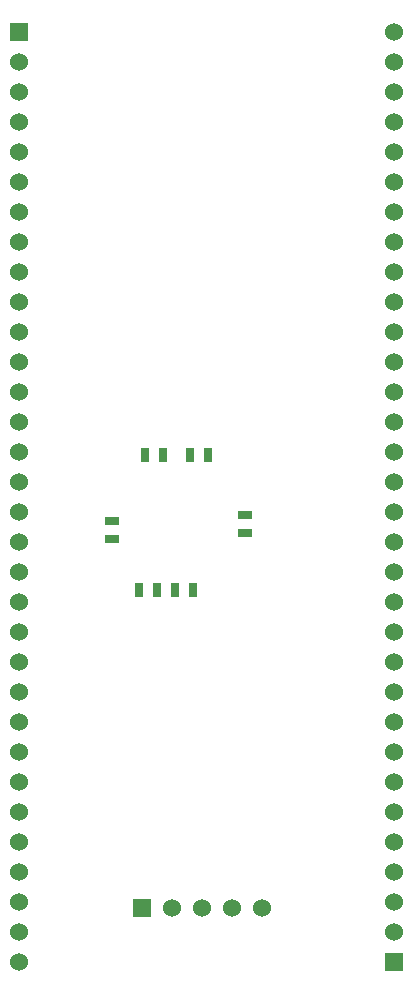
<source format=gbs>
G04 (created by PCBNEW (2013-05-31 BZR 4019)-stable) date 7/11/2013 3:51:15 PM*
%MOIN*%
G04 Gerber Fmt 3.4, Leading zero omitted, Abs format*
%FSLAX34Y34*%
G01*
G70*
G90*
G04 APERTURE LIST*
%ADD10C,0.00590551*%
%ADD11R,0.025X0.045*%
%ADD12R,0.045X0.025*%
%ADD13R,0.06X0.06*%
%ADD14C,0.06*%
G04 APERTURE END LIST*
G54D10*
G54D11*
X26900Y-20150D03*
X26300Y-20150D03*
X24600Y-24650D03*
X25200Y-24650D03*
G54D12*
X23700Y-22350D03*
X23700Y-22950D03*
G54D11*
X25800Y-24650D03*
X26400Y-24650D03*
X24800Y-20150D03*
X25400Y-20150D03*
G54D12*
X28150Y-22750D03*
X28150Y-22150D03*
G54D13*
X24700Y-35250D03*
G54D14*
X25700Y-35250D03*
X26700Y-35250D03*
X27700Y-35250D03*
X28700Y-35250D03*
X20600Y-22050D03*
X20600Y-30050D03*
X20600Y-28050D03*
X20600Y-26050D03*
X20600Y-24050D03*
X20600Y-37050D03*
X20600Y-35050D03*
X20600Y-33050D03*
X20600Y-31050D03*
X20600Y-29050D03*
X20600Y-36050D03*
X20600Y-27050D03*
X20600Y-34050D03*
X20600Y-25050D03*
X20600Y-32050D03*
X20600Y-23050D03*
G54D13*
X20600Y-6050D03*
G54D14*
X20600Y-7050D03*
X20600Y-16050D03*
X20600Y-9050D03*
X20600Y-18050D03*
X20600Y-11050D03*
X20600Y-20050D03*
X20600Y-13050D03*
X20600Y-15050D03*
X20600Y-17050D03*
X20600Y-19050D03*
X20600Y-21050D03*
X20600Y-8050D03*
X20600Y-10050D03*
X20600Y-12050D03*
X20600Y-14050D03*
G54D13*
X33100Y-37050D03*
G54D14*
X33100Y-36050D03*
X33100Y-27050D03*
X33100Y-34050D03*
X33100Y-25050D03*
X33100Y-32050D03*
X33100Y-23050D03*
X33100Y-30050D03*
X33100Y-21050D03*
X33100Y-28050D03*
X33100Y-19050D03*
X33100Y-26050D03*
X33100Y-17050D03*
X33100Y-24050D03*
X33100Y-15050D03*
X33100Y-22050D03*
X33100Y-13050D03*
X33100Y-20050D03*
X33100Y-11050D03*
X33100Y-18050D03*
X33100Y-9050D03*
X33100Y-16050D03*
X33100Y-7050D03*
X33100Y-14050D03*
X33100Y-12050D03*
X33100Y-10050D03*
X33100Y-6050D03*
X33100Y-35050D03*
X33100Y-33050D03*
X33100Y-31050D03*
X33100Y-29050D03*
X33100Y-8050D03*
M02*

</source>
